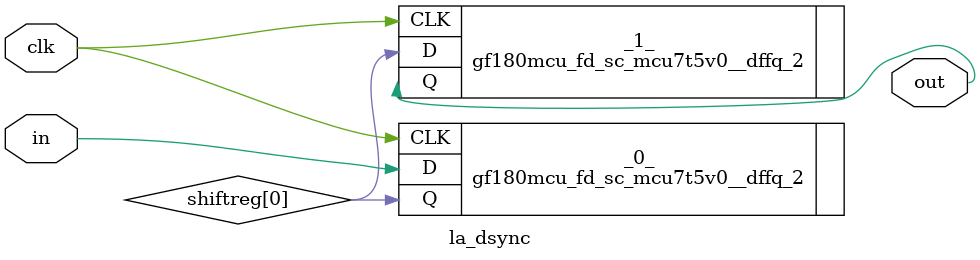
<source format=v>

/* Generated by Yosys 0.37 (git sha1 a5c7f69ed, clang 14.0.0-1ubuntu1.1 -fPIC -Os) */

module la_dsync(clk, in, out);
  input clk;
  wire clk;
  input in;
  wire in;
  output out;
  wire out;
  wire \shiftreg[0] ;
  gf180mcu_fd_sc_mcu7t5v0__dffq_2 _0_ (
    .CLK(clk),
    .D(in),
    .Q(\shiftreg[0] )
  );
  gf180mcu_fd_sc_mcu7t5v0__dffq_2 _1_ (
    .CLK(clk),
    .D(\shiftreg[0] ),
    .Q(out)
  );
endmodule

</source>
